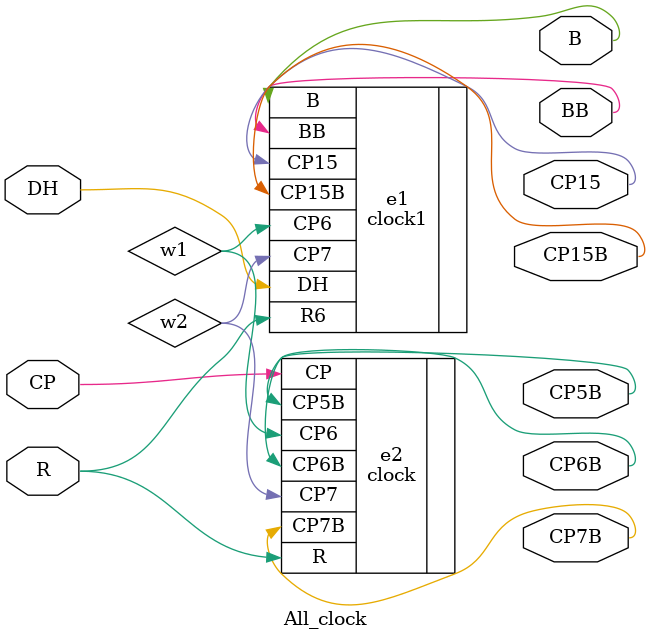
<source format=v>
`include "clock1.v"
`include  "clock.v"

module All_clock(CP,R,DH,CP5B,CP6B,CP7B,B,BB,CP15,CP15B);
input CP,R,DH;
output CP5B,CP6B,CP7B,B,BB,CP15,CP15B;
wire w1,w2;

clock1	e1(.DH(DH),.R6(R),.CP6(w1),.CP7(w2),.B(B),.BB(BB),.CP15(CP15),.CP15B(CP15B));
clock	e2(.CP(CP),.R(R),.CP5B(CP5B),.CP6(w1),.CP6B(CP6B),.CP7(w2),.CP7B(CP7B));

endmodule
</source>
